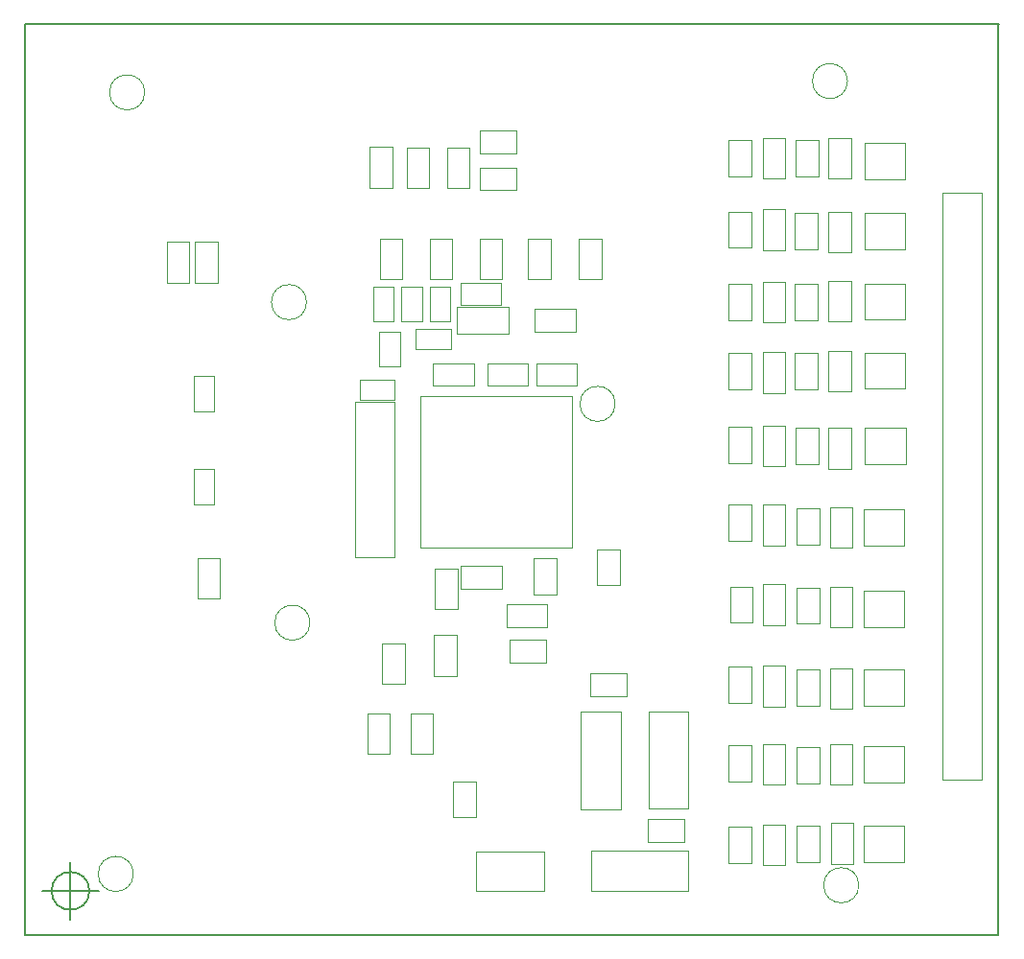
<source format=gbr>
G04 #@! TF.FileFunction,Other,User*
%FSLAX46Y46*%
G04 Gerber Fmt 4.6, Leading zero omitted, Abs format (unit mm)*
G04 Created by KiCad (PCBNEW 4.0.2-stable) date 21/01/2018 10:23:35*
%MOMM*%
G01*
G04 APERTURE LIST*
%ADD10C,0.100000*%
%ADD11C,0.150000*%
%ADD12C,0.050000*%
G04 APERTURE END LIST*
D10*
D11*
X105666666Y-144500000D02*
G75*
G03X105666666Y-144500000I-1666666J0D01*
G01*
X101500000Y-144500000D02*
X106500000Y-144500000D01*
X104000000Y-142000000D02*
X104000000Y-147000000D01*
X100015000Y-67920000D02*
X185880000Y-67920000D01*
X100015000Y-67920000D02*
X100015000Y-148420000D01*
X185875000Y-148420000D02*
X185875000Y-67920000D01*
X100010000Y-148420000D02*
X185875000Y-148420000D01*
D12*
X139200000Y-78850000D02*
X139200000Y-82450000D01*
X137200000Y-78850000D02*
X137200000Y-82450000D01*
X139200000Y-78850000D02*
X137200000Y-78850000D01*
X139200000Y-82450000D02*
X137200000Y-82450000D01*
X125130000Y-120820000D02*
G75*
G03X125130000Y-120820000I-1550000J0D01*
G01*
X124830000Y-92520000D02*
G75*
G03X124830000Y-92520000I-1550000J0D01*
G01*
X155020000Y-128650000D02*
X155020000Y-137250000D01*
X158520000Y-128650000D02*
X158520000Y-137250000D01*
X155020000Y-128650000D02*
X158520000Y-128650000D01*
X155020000Y-137250000D02*
X158520000Y-137250000D01*
X140100000Y-77350000D02*
X143300000Y-77350000D01*
X140100000Y-79350000D02*
X143300000Y-79350000D01*
X140100000Y-77350000D02*
X140100000Y-79350000D01*
X143300000Y-77350000D02*
X143300000Y-79350000D01*
X165080000Y-81620000D02*
X165080000Y-78020000D01*
X167080000Y-81620000D02*
X167080000Y-78020000D01*
X165080000Y-81620000D02*
X167080000Y-81620000D01*
X165080000Y-78020000D02*
X167080000Y-78020000D01*
X170880000Y-81620000D02*
X170880000Y-78020000D01*
X172880000Y-81620000D02*
X172880000Y-78020000D01*
X170880000Y-81620000D02*
X172880000Y-81620000D01*
X170880000Y-78020000D02*
X172880000Y-78020000D01*
X165080000Y-87920000D02*
X165080000Y-84320000D01*
X167080000Y-87920000D02*
X167080000Y-84320000D01*
X165080000Y-87920000D02*
X167080000Y-87920000D01*
X165080000Y-84320000D02*
X167080000Y-84320000D01*
X170880000Y-88120000D02*
X170880000Y-84520000D01*
X172880000Y-88120000D02*
X172880000Y-84520000D01*
X170880000Y-88120000D02*
X172880000Y-88120000D01*
X170880000Y-84520000D02*
X172880000Y-84520000D01*
X165080000Y-94320000D02*
X165080000Y-90720000D01*
X167080000Y-94320000D02*
X167080000Y-90720000D01*
X165080000Y-94320000D02*
X167080000Y-94320000D01*
X165080000Y-90720000D02*
X167080000Y-90720000D01*
X170880000Y-94220000D02*
X170880000Y-90620000D01*
X172880000Y-94220000D02*
X172880000Y-90620000D01*
X170880000Y-94220000D02*
X172880000Y-94220000D01*
X170880000Y-90620000D02*
X172880000Y-90620000D01*
X165080000Y-100520000D02*
X165080000Y-96920000D01*
X167080000Y-100520000D02*
X167080000Y-96920000D01*
X165080000Y-100520000D02*
X167080000Y-100520000D01*
X165080000Y-96920000D02*
X167080000Y-96920000D01*
X170880000Y-100420000D02*
X170880000Y-96820000D01*
X172880000Y-100420000D02*
X172880000Y-96820000D01*
X170880000Y-100420000D02*
X172880000Y-100420000D01*
X170880000Y-96820000D02*
X172880000Y-96820000D01*
X165080000Y-107020000D02*
X165080000Y-103420000D01*
X167080000Y-107020000D02*
X167080000Y-103420000D01*
X165080000Y-107020000D02*
X167080000Y-107020000D01*
X165080000Y-103420000D02*
X167080000Y-103420000D01*
X170880000Y-107220000D02*
X170880000Y-103620000D01*
X172880000Y-107220000D02*
X172880000Y-103620000D01*
X170880000Y-107220000D02*
X172880000Y-107220000D01*
X170880000Y-103620000D02*
X172880000Y-103620000D01*
X165080000Y-114020000D02*
X165080000Y-110420000D01*
X167080000Y-114020000D02*
X167080000Y-110420000D01*
X165080000Y-114020000D02*
X167080000Y-114020000D01*
X165080000Y-110420000D02*
X167080000Y-110420000D01*
X170980000Y-114220000D02*
X170980000Y-110620000D01*
X172980000Y-114220000D02*
X172980000Y-110620000D01*
X170980000Y-114220000D02*
X172980000Y-114220000D01*
X170980000Y-110620000D02*
X172980000Y-110620000D01*
X165080000Y-121020000D02*
X165080000Y-117420000D01*
X167080000Y-121020000D02*
X167080000Y-117420000D01*
X165080000Y-121020000D02*
X167080000Y-121020000D01*
X165080000Y-117420000D02*
X167080000Y-117420000D01*
X170980000Y-121220000D02*
X170980000Y-117620000D01*
X172980000Y-121220000D02*
X172980000Y-117620000D01*
X170980000Y-121220000D02*
X172980000Y-121220000D01*
X170980000Y-117620000D02*
X172980000Y-117620000D01*
X165080000Y-128220000D02*
X165080000Y-124620000D01*
X167080000Y-128220000D02*
X167080000Y-124620000D01*
X165080000Y-128220000D02*
X167080000Y-128220000D01*
X165080000Y-124620000D02*
X167080000Y-124620000D01*
X170980000Y-128420000D02*
X170980000Y-124820000D01*
X172980000Y-128420000D02*
X172980000Y-124820000D01*
X170980000Y-128420000D02*
X172980000Y-128420000D01*
X170980000Y-124820000D02*
X172980000Y-124820000D01*
X165080000Y-135120000D02*
X165080000Y-131520000D01*
X167080000Y-135120000D02*
X167080000Y-131520000D01*
X165080000Y-135120000D02*
X167080000Y-135120000D01*
X165080000Y-131520000D02*
X167080000Y-131520000D01*
X170980000Y-135120000D02*
X170980000Y-131520000D01*
X172980000Y-135120000D02*
X172980000Y-131520000D01*
X170980000Y-135120000D02*
X172980000Y-135120000D01*
X170980000Y-131520000D02*
X172980000Y-131520000D01*
X144980000Y-93120000D02*
X148580000Y-93120000D01*
X144980000Y-95120000D02*
X148580000Y-95120000D01*
X144980000Y-93120000D02*
X144980000Y-95120000D01*
X148580000Y-93120000D02*
X148580000Y-95120000D01*
X140780000Y-97920000D02*
X144380000Y-97920000D01*
X140780000Y-99920000D02*
X144380000Y-99920000D01*
X140780000Y-97920000D02*
X140780000Y-99920000D01*
X144380000Y-97920000D02*
X144380000Y-99920000D01*
X142000000Y-92800000D02*
X138400000Y-92800000D01*
X142000000Y-90800000D02*
X138400000Y-90800000D01*
X142000000Y-92800000D02*
X142000000Y-90800000D01*
X138400000Y-92800000D02*
X138400000Y-90800000D01*
X139580000Y-99920000D02*
X135980000Y-99920000D01*
X139580000Y-97920000D02*
X135980000Y-97920000D01*
X139580000Y-99920000D02*
X139580000Y-97920000D01*
X135980000Y-99920000D02*
X135980000Y-97920000D01*
X136140000Y-119620000D02*
X136140000Y-116020000D01*
X138140000Y-119620000D02*
X138140000Y-116020000D01*
X136140000Y-119620000D02*
X138140000Y-119620000D01*
X136140000Y-116020000D02*
X138140000Y-116020000D01*
X142050000Y-117820000D02*
X138450000Y-117820000D01*
X142050000Y-115820000D02*
X138450000Y-115820000D01*
X142050000Y-117820000D02*
X142050000Y-115820000D01*
X138450000Y-117820000D02*
X138450000Y-115820000D01*
X132380000Y-78820000D02*
X132380000Y-82420000D01*
X130380000Y-78820000D02*
X130380000Y-82420000D01*
X132380000Y-78820000D02*
X130380000Y-78820000D01*
X132380000Y-82420000D02*
X130380000Y-82420000D01*
X135650000Y-78850000D02*
X135650000Y-82450000D01*
X133650000Y-78850000D02*
X133650000Y-82450000D01*
X135650000Y-78850000D02*
X133650000Y-78850000D01*
X135650000Y-82450000D02*
X133650000Y-82450000D01*
X146380000Y-86920000D02*
X146380000Y-90520000D01*
X144380000Y-86920000D02*
X144380000Y-90520000D01*
X146380000Y-86920000D02*
X144380000Y-86920000D01*
X146380000Y-90520000D02*
X144380000Y-90520000D01*
X150880000Y-86920000D02*
X150880000Y-90520000D01*
X148880000Y-86920000D02*
X148880000Y-90520000D01*
X150880000Y-86920000D02*
X148880000Y-86920000D01*
X150880000Y-90520000D02*
X148880000Y-90520000D01*
X133280000Y-86920000D02*
X133280000Y-90520000D01*
X131280000Y-86920000D02*
X131280000Y-90520000D01*
X133280000Y-86920000D02*
X131280000Y-86920000D01*
X133280000Y-90520000D02*
X131280000Y-90520000D01*
X137680000Y-86920000D02*
X137680000Y-90520000D01*
X135680000Y-86920000D02*
X135680000Y-90520000D01*
X137680000Y-86920000D02*
X135680000Y-86920000D01*
X137680000Y-90520000D02*
X135680000Y-90520000D01*
X142080000Y-86920000D02*
X142080000Y-90520000D01*
X140080000Y-86920000D02*
X140080000Y-90520000D01*
X142080000Y-86920000D02*
X140080000Y-86920000D01*
X142080000Y-90520000D02*
X140080000Y-90520000D01*
X164080000Y-78220000D02*
X164080000Y-81420000D01*
X162080000Y-78220000D02*
X162080000Y-81420000D01*
X164080000Y-78220000D02*
X162080000Y-78220000D01*
X164080000Y-81420000D02*
X162080000Y-81420000D01*
X167980000Y-81420000D02*
X167980000Y-78220000D01*
X169980000Y-81420000D02*
X169980000Y-78220000D01*
X167980000Y-81420000D02*
X169980000Y-81420000D01*
X167980000Y-78220000D02*
X169980000Y-78220000D01*
X162080000Y-87720000D02*
X162080000Y-84520000D01*
X164080000Y-87720000D02*
X164080000Y-84520000D01*
X162080000Y-87720000D02*
X164080000Y-87720000D01*
X162080000Y-84520000D02*
X164080000Y-84520000D01*
X167880000Y-87820000D02*
X167880000Y-84620000D01*
X169880000Y-87820000D02*
X169880000Y-84620000D01*
X167880000Y-87820000D02*
X169880000Y-87820000D01*
X167880000Y-84620000D02*
X169880000Y-84620000D01*
X164080000Y-90920000D02*
X164080000Y-94120000D01*
X162080000Y-90920000D02*
X162080000Y-94120000D01*
X164080000Y-90920000D02*
X162080000Y-90920000D01*
X164080000Y-94120000D02*
X162080000Y-94120000D01*
X167880000Y-94120000D02*
X167880000Y-90920000D01*
X169880000Y-94120000D02*
X169880000Y-90920000D01*
X167880000Y-94120000D02*
X169880000Y-94120000D01*
X167880000Y-90920000D02*
X169880000Y-90920000D01*
X162080000Y-100220000D02*
X162080000Y-97020000D01*
X164080000Y-100220000D02*
X164080000Y-97020000D01*
X162080000Y-100220000D02*
X164080000Y-100220000D01*
X162080000Y-97020000D02*
X164080000Y-97020000D01*
X167880000Y-100220000D02*
X167880000Y-97020000D01*
X169880000Y-100220000D02*
X169880000Y-97020000D01*
X167880000Y-100220000D02*
X169880000Y-100220000D01*
X167880000Y-97020000D02*
X169880000Y-97020000D01*
X164080000Y-103520000D02*
X164080000Y-106720000D01*
X162080000Y-103520000D02*
X162080000Y-106720000D01*
X164080000Y-103520000D02*
X162080000Y-103520000D01*
X164080000Y-106720000D02*
X162080000Y-106720000D01*
X167980000Y-106820000D02*
X167980000Y-103620000D01*
X169980000Y-106820000D02*
X169980000Y-103620000D01*
X167980000Y-106820000D02*
X169980000Y-106820000D01*
X167980000Y-103620000D02*
X169980000Y-103620000D01*
X162080000Y-113620000D02*
X162080000Y-110420000D01*
X164080000Y-113620000D02*
X164080000Y-110420000D01*
X162080000Y-113620000D02*
X164080000Y-113620000D01*
X162080000Y-110420000D02*
X164080000Y-110420000D01*
X168080000Y-113920000D02*
X168080000Y-110720000D01*
X170080000Y-113920000D02*
X170080000Y-110720000D01*
X168080000Y-113920000D02*
X170080000Y-113920000D01*
X168080000Y-110720000D02*
X170080000Y-110720000D01*
X164180000Y-117620000D02*
X164180000Y-120820000D01*
X162180000Y-117620000D02*
X162180000Y-120820000D01*
X164180000Y-117620000D02*
X162180000Y-117620000D01*
X164180000Y-120820000D02*
X162180000Y-120820000D01*
X168080000Y-120920000D02*
X168080000Y-117720000D01*
X170080000Y-120920000D02*
X170080000Y-117720000D01*
X168080000Y-120920000D02*
X170080000Y-120920000D01*
X168080000Y-117720000D02*
X170080000Y-117720000D01*
X162080000Y-127920000D02*
X162080000Y-124720000D01*
X164080000Y-127920000D02*
X164080000Y-124720000D01*
X162080000Y-127920000D02*
X164080000Y-127920000D01*
X162080000Y-124720000D02*
X164080000Y-124720000D01*
X168080000Y-128120000D02*
X168080000Y-124920000D01*
X170080000Y-128120000D02*
X170080000Y-124920000D01*
X168080000Y-128120000D02*
X170080000Y-128120000D01*
X168080000Y-124920000D02*
X170080000Y-124920000D01*
X164080000Y-131620000D02*
X164080000Y-134820000D01*
X162080000Y-131620000D02*
X162080000Y-134820000D01*
X164080000Y-131620000D02*
X162080000Y-131620000D01*
X164080000Y-134820000D02*
X162080000Y-134820000D01*
X168080000Y-135020000D02*
X168080000Y-131820000D01*
X170080000Y-135020000D02*
X170080000Y-131820000D01*
X168080000Y-135020000D02*
X170080000Y-135020000D01*
X168080000Y-131820000D02*
X170080000Y-131820000D01*
X177630000Y-81670000D02*
X174030000Y-81670000D01*
X174030000Y-81670000D02*
X174030000Y-78470000D01*
X174030000Y-78470000D02*
X177630000Y-78470000D01*
X177630000Y-78470000D02*
X177630000Y-81670000D01*
X177630000Y-87870000D02*
X174030000Y-87870000D01*
X174030000Y-87870000D02*
X174030000Y-84670000D01*
X174030000Y-84670000D02*
X177630000Y-84670000D01*
X177630000Y-84670000D02*
X177630000Y-87870000D01*
X177630000Y-94070000D02*
X174030000Y-94070000D01*
X174030000Y-94070000D02*
X174030000Y-90870000D01*
X174030000Y-90870000D02*
X177630000Y-90870000D01*
X177630000Y-90870000D02*
X177630000Y-94070000D01*
X177630000Y-100170000D02*
X174030000Y-100170000D01*
X174030000Y-100170000D02*
X174030000Y-96970000D01*
X174030000Y-96970000D02*
X177630000Y-96970000D01*
X177630000Y-96970000D02*
X177630000Y-100170000D01*
X177680000Y-106820000D02*
X174080000Y-106820000D01*
X174080000Y-106820000D02*
X174080000Y-103620000D01*
X174080000Y-103620000D02*
X177680000Y-103620000D01*
X177680000Y-103620000D02*
X177680000Y-106820000D01*
X177580000Y-114020000D02*
X173980000Y-114020000D01*
X173980000Y-114020000D02*
X173980000Y-110820000D01*
X173980000Y-110820000D02*
X177580000Y-110820000D01*
X177580000Y-110820000D02*
X177580000Y-114020000D01*
X177580000Y-121220000D02*
X173980000Y-121220000D01*
X173980000Y-121220000D02*
X173980000Y-118020000D01*
X173980000Y-118020000D02*
X177580000Y-118020000D01*
X177580000Y-118020000D02*
X177580000Y-121220000D01*
X177580000Y-128120000D02*
X173980000Y-128120000D01*
X173980000Y-128120000D02*
X173980000Y-124920000D01*
X173980000Y-124920000D02*
X177580000Y-124920000D01*
X177580000Y-124920000D02*
X177580000Y-128120000D01*
X177580000Y-134920000D02*
X173980000Y-134920000D01*
X173980000Y-134920000D02*
X173980000Y-131720000D01*
X173980000Y-131720000D02*
X177580000Y-131720000D01*
X177580000Y-131720000D02*
X177580000Y-134920000D01*
X142680000Y-95270000D02*
X138080000Y-95270000D01*
X142680000Y-92970000D02*
X138080000Y-92970000D01*
X142680000Y-95270000D02*
X142680000Y-92970000D01*
X138080000Y-95270000D02*
X138080000Y-92970000D01*
X146080000Y-121220000D02*
X142480000Y-121220000D01*
X146080000Y-119220000D02*
X142480000Y-119220000D01*
X146080000Y-121220000D02*
X146080000Y-119220000D01*
X142480000Y-121220000D02*
X142480000Y-119220000D01*
X130180000Y-132420000D02*
X130180000Y-128820000D01*
X132180000Y-132420000D02*
X132180000Y-128820000D01*
X130180000Y-132420000D02*
X132180000Y-132420000D01*
X130180000Y-128820000D02*
X132180000Y-128820000D01*
X148680000Y-99920000D02*
X145080000Y-99920000D01*
X148680000Y-97920000D02*
X145080000Y-97920000D01*
X148680000Y-99920000D02*
X148680000Y-97920000D01*
X145080000Y-99920000D02*
X145080000Y-97920000D01*
X133480000Y-122620000D02*
X133480000Y-126220000D01*
X131480000Y-122620000D02*
X131480000Y-126220000D01*
X133480000Y-122620000D02*
X131480000Y-122620000D01*
X133480000Y-126220000D02*
X131480000Y-126220000D01*
X136000000Y-128800000D02*
X136000000Y-132400000D01*
X134000000Y-128800000D02*
X134000000Y-132400000D01*
X136000000Y-128800000D02*
X134000000Y-128800000D01*
X136000000Y-132400000D02*
X134000000Y-132400000D01*
X158530000Y-140970000D02*
X149930000Y-140970000D01*
X158530000Y-144470000D02*
X149930000Y-144470000D01*
X158530000Y-140970000D02*
X158530000Y-144470000D01*
X149930000Y-140970000D02*
X149930000Y-144470000D01*
X149030000Y-128670000D02*
X149030000Y-137270000D01*
X152530000Y-128670000D02*
X152530000Y-137270000D01*
X149030000Y-128670000D02*
X152530000Y-128670000D01*
X149030000Y-137270000D02*
X152530000Y-137270000D01*
X144880000Y-118320000D02*
X144880000Y-115120000D01*
X146880000Y-118320000D02*
X146880000Y-115120000D01*
X144880000Y-118320000D02*
X146880000Y-118320000D01*
X144880000Y-115120000D02*
X146880000Y-115120000D01*
X145980000Y-124320000D02*
X142780000Y-124320000D01*
X145980000Y-122320000D02*
X142780000Y-122320000D01*
X145980000Y-124320000D02*
X145980000Y-122320000D01*
X142780000Y-124320000D02*
X142780000Y-122320000D01*
X139780000Y-134820000D02*
X139780000Y-138020000D01*
X137780000Y-134820000D02*
X137780000Y-138020000D01*
X139780000Y-134820000D02*
X137780000Y-134820000D01*
X139780000Y-138020000D02*
X137780000Y-138020000D01*
X150480000Y-117520000D02*
X150480000Y-114320000D01*
X152480000Y-117520000D02*
X152480000Y-114320000D01*
X150480000Y-117520000D02*
X152480000Y-117520000D01*
X150480000Y-114320000D02*
X152480000Y-114320000D01*
X149880000Y-125320000D02*
X153080000Y-125320000D01*
X149880000Y-127320000D02*
X153080000Y-127320000D01*
X149880000Y-125320000D02*
X149880000Y-127320000D01*
X153080000Y-125320000D02*
X153080000Y-127320000D01*
X158120000Y-140180000D02*
X154920000Y-140180000D01*
X158120000Y-138180000D02*
X154920000Y-138180000D01*
X158120000Y-140180000D02*
X158120000Y-138180000D01*
X154920000Y-140180000D02*
X154920000Y-138180000D01*
X171080000Y-142120000D02*
X171080000Y-138520000D01*
X173080000Y-142120000D02*
X173080000Y-138520000D01*
X171080000Y-142120000D02*
X173080000Y-142120000D01*
X171080000Y-138520000D02*
X173080000Y-138520000D01*
X165080000Y-142220000D02*
X165080000Y-138620000D01*
X167080000Y-142220000D02*
X167080000Y-138620000D01*
X165080000Y-142220000D02*
X167080000Y-142220000D01*
X165080000Y-138620000D02*
X167080000Y-138620000D01*
X170080000Y-138720000D02*
X170080000Y-141920000D01*
X168080000Y-138720000D02*
X168080000Y-141920000D01*
X170080000Y-138720000D02*
X168080000Y-138720000D01*
X170080000Y-141920000D02*
X168080000Y-141920000D01*
X164080000Y-138820000D02*
X164080000Y-142020000D01*
X162080000Y-138820000D02*
X162080000Y-142020000D01*
X164080000Y-138820000D02*
X162080000Y-138820000D01*
X164080000Y-142020000D02*
X162080000Y-142020000D01*
X180930000Y-82870000D02*
X180930000Y-134670000D01*
X184430000Y-82870000D02*
X184430000Y-134670000D01*
X180930000Y-82870000D02*
X184430000Y-82870000D01*
X180930000Y-134670000D02*
X184430000Y-134670000D01*
X177580000Y-141920000D02*
X173980000Y-141920000D01*
X173980000Y-141920000D02*
X173980000Y-138720000D01*
X173980000Y-138720000D02*
X177580000Y-138720000D01*
X177580000Y-138720000D02*
X177580000Y-141920000D01*
X140100000Y-80650000D02*
X143300000Y-80650000D01*
X140100000Y-82650000D02*
X143300000Y-82650000D01*
X140100000Y-80650000D02*
X140100000Y-82650000D01*
X143300000Y-80650000D02*
X143300000Y-82650000D01*
X117000000Y-87200000D02*
X117000000Y-90800000D01*
X115000000Y-87200000D02*
X115000000Y-90800000D01*
X117000000Y-87200000D02*
X115000000Y-87200000D01*
X117000000Y-90800000D02*
X115000000Y-90800000D01*
X114500000Y-87200000D02*
X114500000Y-90800000D01*
X112500000Y-87200000D02*
X112500000Y-90800000D01*
X114500000Y-87200000D02*
X112500000Y-87200000D01*
X114500000Y-90800000D02*
X112500000Y-90800000D01*
X115200000Y-118700000D02*
X115200000Y-115100000D01*
X117200000Y-118700000D02*
X117200000Y-115100000D01*
X115200000Y-118700000D02*
X117200000Y-118700000D01*
X115200000Y-115100000D02*
X117200000Y-115100000D01*
X110550000Y-74000000D02*
G75*
G03X110550000Y-74000000I-1550000J0D01*
G01*
X172550000Y-73000000D02*
G75*
G03X172550000Y-73000000I-1550000J0D01*
G01*
X109550000Y-143000000D02*
G75*
G03X109550000Y-143000000I-1550000J0D01*
G01*
X173550000Y-144000000D02*
G75*
G03X173550000Y-144000000I-1550000J0D01*
G01*
X152050000Y-101500000D02*
G75*
G03X152050000Y-101500000I-1550000J0D01*
G01*
X132570000Y-115020000D02*
X132570000Y-101320000D01*
X129070000Y-115020000D02*
X129070000Y-101320000D01*
X132570000Y-115020000D02*
X129070000Y-115020000D01*
X132570000Y-101320000D02*
X129070000Y-101320000D01*
X133200000Y-94250000D02*
X133200000Y-91150000D01*
X133200000Y-94250000D02*
X135000000Y-94250000D01*
X135000000Y-91150000D02*
X133200000Y-91150000D01*
X135000000Y-91150000D02*
X135000000Y-94250000D01*
X130700000Y-94250000D02*
X130700000Y-91150000D01*
X130700000Y-94250000D02*
X132500000Y-94250000D01*
X132500000Y-91150000D02*
X130700000Y-91150000D01*
X132500000Y-91150000D02*
X132500000Y-94250000D01*
X131250000Y-98200000D02*
X131250000Y-95100000D01*
X131250000Y-98200000D02*
X133050000Y-98200000D01*
X133050000Y-95100000D02*
X131250000Y-95100000D01*
X133050000Y-95100000D02*
X133050000Y-98200000D01*
X137500000Y-91150000D02*
X137500000Y-94250000D01*
X137500000Y-91150000D02*
X135700000Y-91150000D01*
X135700000Y-94250000D02*
X137500000Y-94250000D01*
X135700000Y-94250000D02*
X135700000Y-91150000D01*
X129500000Y-99350000D02*
X132600000Y-99350000D01*
X129500000Y-99350000D02*
X129500000Y-101150000D01*
X132600000Y-101150000D02*
X132600000Y-99350000D01*
X132600000Y-101150000D02*
X129500000Y-101150000D01*
X137550000Y-96700000D02*
X134450000Y-96700000D01*
X137550000Y-96700000D02*
X137550000Y-94900000D01*
X134450000Y-94900000D02*
X134450000Y-96700000D01*
X134450000Y-94900000D02*
X137550000Y-94900000D01*
X116700000Y-99050000D02*
X116700000Y-102150000D01*
X116700000Y-99050000D02*
X114900000Y-99050000D01*
X114900000Y-102150000D02*
X116700000Y-102150000D01*
X114900000Y-102150000D02*
X114900000Y-99050000D01*
X114900000Y-110350000D02*
X114900000Y-107250000D01*
X114900000Y-110350000D02*
X116700000Y-110350000D01*
X116700000Y-107250000D02*
X114900000Y-107250000D01*
X116700000Y-107250000D02*
X116700000Y-110350000D01*
X148280000Y-114220000D02*
X148280000Y-100820000D01*
X134880000Y-114220000D02*
X134880000Y-100820000D01*
X148280000Y-114220000D02*
X134880000Y-114220000D01*
X148280000Y-100820000D02*
X134880000Y-100820000D01*
X139760000Y-144500000D02*
X145810000Y-144500000D01*
X139760000Y-141000000D02*
X145810000Y-141000000D01*
X139760000Y-144500000D02*
X139760000Y-141000000D01*
X145810000Y-144500000D02*
X145810000Y-141000000D01*
X138080000Y-121920000D02*
X138080000Y-125520000D01*
X136080000Y-121920000D02*
X136080000Y-125520000D01*
X138080000Y-121920000D02*
X136080000Y-121920000D01*
X138080000Y-125520000D02*
X136080000Y-125520000D01*
M02*

</source>
